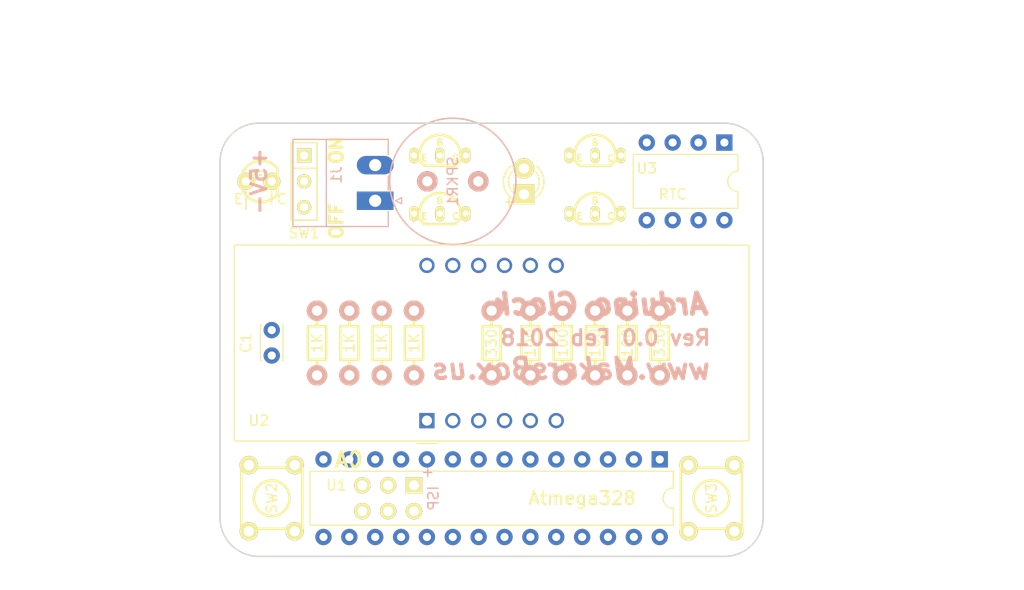
<source format=kicad_pcb>
(kicad_pcb (version 4) (host pcbnew 4.0.7)

  (general
    (links 60)
    (no_connects 60)
    (area 118.034999 59.614999 171.525001 102.310001)
    (thickness 1.6)
    (drawings 23)
    (tracks 0)
    (zones 0)
    (modules 26)
    (nets 47)
  )

  (page USLetter)
  (title_block
    (title "Arduino Clock")
    (company "Maker's Box")
  )

  (layers
    (0 F.Cu signal)
    (31 B.Cu signal)
    (32 B.Adhes user)
    (33 F.Adhes user)
    (34 B.Paste user)
    (35 F.Paste user)
    (36 B.SilkS user)
    (37 F.SilkS user)
    (38 B.Mask user)
    (39 F.Mask user)
    (40 Dwgs.User user)
    (41 Cmts.User user)
    (42 Eco1.User user)
    (43 Eco2.User user)
    (44 Edge.Cuts user)
    (45 Margin user)
    (46 B.CrtYd user)
    (47 F.CrtYd user)
    (48 B.Fab user)
    (49 F.Fab user)
  )

  (setup
    (last_trace_width 0.25)
    (user_trace_width 0.3048)
    (user_trace_width 0.4064)
    (user_trace_width 0.6096)
    (trace_clearance 0.2)
    (zone_clearance 0.508)
    (zone_45_only no)
    (trace_min 0.2)
    (segment_width 0.2)
    (edge_width 0.15)
    (via_size 0.6)
    (via_drill 0.4)
    (via_min_size 0.4)
    (via_min_drill 0.3)
    (uvia_size 0.3)
    (uvia_drill 0.1)
    (uvias_allowed no)
    (uvia_min_size 0.2)
    (uvia_min_drill 0.1)
    (pcb_text_width 0.3)
    (pcb_text_size 1.5 1.5)
    (mod_edge_width 0.15)
    (mod_text_size 1 1)
    (mod_text_width 0.15)
    (pad_size 1.524 1.524)
    (pad_drill 0.762)
    (pad_to_mask_clearance 0)
    (aux_axis_origin 0 0)
    (visible_elements 7FFFFFFF)
    (pcbplotparams
      (layerselection 0x00030_80000001)
      (usegerberextensions false)
      (excludeedgelayer true)
      (linewidth 0.100000)
      (plotframeref false)
      (viasonmask false)
      (mode 1)
      (useauxorigin false)
      (hpglpennumber 1)
      (hpglpenspeed 20)
      (hpglpendiameter 15)
      (hpglpenoverlay 2)
      (psnegative false)
      (psa4output false)
      (plotreference true)
      (plotvalue true)
      (plotinvisibletext false)
      (padsonsilk false)
      (subtractmaskfromsilk false)
      (outputformat 1)
      (mirror false)
      (drillshape 1)
      (scaleselection 1)
      (outputdirectory ""))
  )

  (net 0 "")
  (net 1 GND)
  (net 2 VCC)
  (net 3 "Net-(CON1-Pad5)")
  (net 4 "Net-(D1-Pad2)")
  (net 5 "Net-(D2-Pad2)")
  (net 6 "Net-(Q2-Pad2)")
  (net 7 "Net-(Q2-Pad3)")
  (net 8 "Net-(Q3-Pad2)")
  (net 9 "Net-(Q3-Pad3)")
  (net 10 "Net-(Q4-Pad2)")
  (net 11 "Net-(Q4-Pad3)")
  (net 12 "Net-(Q5-Pad2)")
  (net 13 "Net-(Q5-Pad3)")
  (net 14 "Net-(R7-Pad2)")
  (net 15 "Net-(R8-Pad2)")
  (net 16 "Net-(R9-Pad2)")
  (net 17 "Net-(R10-Pad2)")
  (net 18 "Net-(U3-Pad7)")
  (net 19 "Net-(U1-Pad20)")
  (net 20 "Net-(U1-Pad21)")
  (net 21 "Net-(U1-Pad10)")
  (net 22 "Net-(J1-Pad1)")
  (net 23 /D12)
  (net 24 /D13)
  (net 25 /D11)
  (net 26 /A0)
  (net 27 /D0)
  (net 28 /D1)
  (net 29 /D10)
  (net 30 /A3)
  (net 31 /A1)
  (net 32 /A2)
  (net 33 /D9)
  (net 34 /D2)
  (net 35 /D3)
  (net 36 /D4)
  (net 37 "Net-(U1-Pad9)")
  (net 38 /D5)
  (net 39 /D6)
  (net 40 /D7)
  (net 41 /A4)
  (net 42 /D8)
  (net 43 /A5)
  (net 44 "Net-(U3-Pad1)")
  (net 45 "Net-(U3-Pad2)")
  (net 46 "Net-(U3-Pad3)")

  (net_class Default "This is the default net class."
    (clearance 0.2)
    (trace_width 0.25)
    (via_dia 0.6)
    (via_drill 0.4)
    (uvia_dia 0.3)
    (uvia_drill 0.1)
    (add_net /A0)
    (add_net /A1)
    (add_net /A2)
    (add_net /A3)
    (add_net /A4)
    (add_net /A5)
    (add_net /D0)
    (add_net /D1)
    (add_net /D10)
    (add_net /D11)
    (add_net /D12)
    (add_net /D13)
    (add_net /D2)
    (add_net /D3)
    (add_net /D4)
    (add_net /D5)
    (add_net /D6)
    (add_net /D7)
    (add_net /D8)
    (add_net /D9)
    (add_net GND)
    (add_net "Net-(CON1-Pad5)")
    (add_net "Net-(D1-Pad2)")
    (add_net "Net-(D2-Pad2)")
    (add_net "Net-(J1-Pad1)")
    (add_net "Net-(Q2-Pad2)")
    (add_net "Net-(Q2-Pad3)")
    (add_net "Net-(Q3-Pad2)")
    (add_net "Net-(Q3-Pad3)")
    (add_net "Net-(Q4-Pad2)")
    (add_net "Net-(Q4-Pad3)")
    (add_net "Net-(Q5-Pad2)")
    (add_net "Net-(Q5-Pad3)")
    (add_net "Net-(R10-Pad2)")
    (add_net "Net-(R7-Pad2)")
    (add_net "Net-(R8-Pad2)")
    (add_net "Net-(R9-Pad2)")
    (add_net "Net-(U1-Pad10)")
    (add_net "Net-(U1-Pad20)")
    (add_net "Net-(U1-Pad21)")
    (add_net "Net-(U1-Pad9)")
    (add_net "Net-(U3-Pad1)")
    (add_net "Net-(U3-Pad2)")
    (add_net "Net-(U3-Pad3)")
    (add_net "Net-(U3-Pad7)")
    (add_net VCC)
  )

  (module myFootPrints:AVR-ISP-6 (layer B.Cu) (tedit 5A8FBE37) (tstamp 5A8F94E1)
    (at 137.16 97.79 90)
    (descr "6-lead dip package, row spacing 7.62 mm (300 mils)")
    (tags "dil dip 2.54 300")
    (path /5A8EB119)
    (fp_text reference CON1 (at 0 2.54 90) (layer B.SilkS) hide
      (effects (font (size 1 1) (thickness 0.15)) (justify mirror))
    )
    (fp_text value ISP (at 0 3.72 90) (layer B.Fab) hide
      (effects (font (size 1 1) (thickness 0.15)) (justify mirror))
    )
    (fp_text user ISP (at 1.27 1.905 90) (layer B.SilkS)
      (effects (font (size 1 1) (thickness 0.15)) (justify mirror))
    )
    (fp_text user + (at 3.81 1.27 90) (layer B.SilkS)
      (effects (font (size 1 1) (thickness 0.15)) (justify mirror))
    )
    (pad 1 thru_hole oval (at 0 0 90) (size 1.6 1.6) (drill 0.9652) (layers *.Cu *.Mask F.SilkS)
      (net 23 /D12))
    (pad 2 thru_hole rect (at 2.54 0 90) (size 1.6 1.6) (drill 0.9652) (layers *.Cu *.Mask F.SilkS)
      (net 2 VCC))
    (pad 3 thru_hole oval (at 0 -2.54 90) (size 1.6 1.6) (drill 0.9652) (layers *.Cu *.Mask F.SilkS)
      (net 24 /D13))
    (pad 4 thru_hole oval (at 2.54 -2.54 90) (size 1.6 1.6) (drill 0.9652) (layers *.Cu *.Mask F.SilkS)
      (net 25 /D11))
    (pad 5 thru_hole oval (at 0 -5.08 90) (size 1.6 1.6) (drill 0.9652) (layers *.Cu *.Mask F.SilkS)
      (net 3 "Net-(CON1-Pad5)"))
    (pad 6 thru_hole oval (at 2.54 -5.08 90) (size 1.6 1.6) (drill 0.9652) (layers *.Cu *.Mask F.SilkS)
      (net 1 GND))
  )

  (module myFootPrints:PHOTO_TRANS (layer F.Cu) (tedit 5A8F8D17) (tstamp 5A8F9534)
    (at 121.92 65.405)
    (descr "LED 3mm - Lead pitch 100mil (2,54mm)")
    (tags "LED led 3mm 3MM 100mil 2,54mm")
    (path /5A8F5C4D)
    (fp_text reference Q1 (at 2.54 0 90) (layer F.SilkS) hide
      (effects (font (size 0.762 0.762) (thickness 0.0889)))
    )
    (fp_text value Photo (at 0.35921 0.35921 90) (layer F.SilkS) hide
      (effects (font (size 0.508 0.508) (thickness 0.127)))
    )
    (fp_line (start -1.25 2.5) (end -1.25 2.75) (layer F.SilkS) (width 0.15))
    (fp_line (start -1.25 1) (end -1.25 2.5) (layer F.SilkS) (width 0.15))
    (fp_line (start 1.25 1) (end 1.25 2.25) (layer F.SilkS) (width 0.15))
    (fp_text user E (at -2 1.75) (layer F.SilkS)
      (effects (font (size 1 1) (thickness 0.15)))
    )
    (fp_text user C (at 2.25 1.75) (layer F.SilkS)
      (effects (font (size 1 1) (thickness 0.15)))
    )
    (fp_line (start 1.8288 1.27) (end 1.8288 -1.27) (layer F.SilkS) (width 0.254))
    (fp_arc (start 0.254 0) (end -0.381 0) (angle 90) (layer F.SilkS) (width 0.1524))
    (fp_arc (start 0.254 0) (end -0.762 0) (angle 90) (layer F.SilkS) (width 0.1524))
    (fp_arc (start 0.254 0) (end 0.889 0) (angle 90) (layer F.SilkS) (width 0.1524))
    (fp_arc (start 0.254 0) (end 1.27 0) (angle 90) (layer F.SilkS) (width 0.1524))
    (fp_arc (start 0.254 0) (end 0.254 -2.032) (angle 50.1) (layer F.SilkS) (width 0.254))
    (fp_arc (start 0.254 0) (end -1.5367 -0.95504) (angle 61.9) (layer F.SilkS) (width 0.254))
    (fp_arc (start 0.254 0) (end 1.8034 1.31064) (angle 49.7) (layer F.SilkS) (width 0.254))
    (fp_arc (start 0.254 0) (end 0.254 2.032) (angle 60.2) (layer F.SilkS) (width 0.254))
    (fp_arc (start 0.254 0) (end -1.778 0) (angle 28.3) (layer F.SilkS) (width 0.254))
    (fp_arc (start 0.254 0) (end -1.47574 1.06426) (angle 31.6) (layer F.SilkS) (width 0.254))
    (pad 1 thru_hole circle (at -1.27 0) (size 1.6764 1.6764) (drill 0.8128) (layers *.Cu *.Mask F.SilkS)
      (net 26 /A0))
    (pad 2 thru_hole circle (at 1.27 0 45) (size 1.6764 1.6764) (drill 0.8128) (layers *.Cu *.Mask F.SilkS)
      (net 1 GND))
    (model discret/leds/led3_vertical_verde.wrl
      (at (xyz 0 0 0))
      (scale (xyz 1 1 1))
      (rotate (xyz 0 0 0))
    )
  )

  (module Capacitors_THT:C_Disc_D3.4mm_W2.1mm_P2.50mm (layer F.Cu) (tedit 5A8FB64D) (tstamp 5A8F94C2)
    (at 123.19 80.01 270)
    (descr "C, Disc series, Radial, pin pitch=2.50mm, , diameter*width=3.4*2.1mm^2, Capacitor, http://www.vishay.com/docs/45233/krseries.pdf")
    (tags "C Disc series Radial pin pitch 2.50mm  diameter 3.4mm width 2.1mm Capacitor")
    (path /5A8E9F35)
    (fp_text reference C1 (at 1.27 2.54 450) (layer F.SilkS)
      (effects (font (size 1 1) (thickness 0.15)))
    )
    (fp_text value 0.1uF (at 1.25 2.36 270) (layer F.Fab)
      (effects (font (size 1 1) (thickness 0.15)))
    )
    (fp_line (start -0.45 -1.05) (end -0.45 1.05) (layer F.Fab) (width 0.1))
    (fp_line (start -0.45 1.05) (end 2.95 1.05) (layer F.Fab) (width 0.1))
    (fp_line (start 2.95 1.05) (end 2.95 -1.05) (layer F.Fab) (width 0.1))
    (fp_line (start 2.95 -1.05) (end -0.45 -1.05) (layer F.Fab) (width 0.1))
    (fp_line (start -0.51 -1.11) (end 3.01 -1.11) (layer F.SilkS) (width 0.12))
    (fp_line (start -0.51 1.11) (end 3.01 1.11) (layer F.SilkS) (width 0.12))
    (fp_line (start -0.51 -1.11) (end -0.51 -0.996) (layer F.SilkS) (width 0.12))
    (fp_line (start -0.51 0.996) (end -0.51 1.11) (layer F.SilkS) (width 0.12))
    (fp_line (start 3.01 -1.11) (end 3.01 -0.996) (layer F.SilkS) (width 0.12))
    (fp_line (start 3.01 0.996) (end 3.01 1.11) (layer F.SilkS) (width 0.12))
    (fp_line (start -1.05 -1.4) (end -1.05 1.4) (layer F.CrtYd) (width 0.05))
    (fp_line (start -1.05 1.4) (end 3.55 1.4) (layer F.CrtYd) (width 0.05))
    (fp_line (start 3.55 1.4) (end 3.55 -1.4) (layer F.CrtYd) (width 0.05))
    (fp_line (start 3.55 -1.4) (end -1.05 -1.4) (layer F.CrtYd) (width 0.05))
    (fp_text user %R (at 1.25 0 270) (layer F.Fab)
      (effects (font (size 1 1) (thickness 0.15)))
    )
    (pad 1 thru_hole circle (at 0 0 270) (size 1.6 1.6) (drill 0.8) (layers *.Cu *.Mask)
      (net 2 VCC))
    (pad 2 thru_hole circle (at 2.5 0 270) (size 1.6 1.6) (drill 0.8) (layers *.Cu *.Mask)
      (net 1 GND))
    (model ${KISYS3DMOD}/Capacitors_THT.3dshapes/C_Disc_D3.4mm_W2.1mm_P2.50mm.wrl
      (at (xyz 0 0 0))
      (scale (xyz 1 1 1))
      (rotate (xyz 0 0 0))
    )
  )

  (module myFootPrints:LED-3MM (layer F.Cu) (tedit 57578FCB) (tstamp 5A8F9503)
    (at 147.955 64.135 270)
    (descr "LED 3mm round vertical")
    (tags "LED  3mm round vertical")
    (path /5A90B699)
    (fp_text reference D2 (at 1.91 3.06 270) (layer F.SilkS) hide
      (effects (font (size 1 1) (thickness 0.15)))
    )
    (fp_text value LED (at 1.27 -1.524 270) (layer F.Fab)
      (effects (font (size 1 1) (thickness 0.15)))
    )
    (fp_text user + (at 3.302 1.524 270) (layer F.SilkS)
      (effects (font (size 1 1) (thickness 0.15)))
    )
    (fp_line (start -1.2 2.3) (end 3.8 2.3) (layer F.CrtYd) (width 0.05))
    (fp_line (start 3.8 2.3) (end 3.8 -2.2) (layer F.CrtYd) (width 0.05))
    (fp_line (start 3.8 -2.2) (end -1.2 -2.2) (layer F.CrtYd) (width 0.05))
    (fp_line (start -1.2 -2.2) (end -1.2 2.3) (layer F.CrtYd) (width 0.05))
    (fp_line (start -0.199 1.314) (end -0.199 1.114) (layer F.SilkS) (width 0.15))
    (fp_line (start -0.199 -1.28) (end -0.199 -1.1) (layer F.SilkS) (width 0.15))
    (fp_arc (start 1.301 0.034) (end -0.199 -1.286) (angle 108.5) (layer F.SilkS) (width 0.15))
    (fp_arc (start 1.301 0.034) (end 0.25 -1.1) (angle 85.7) (layer F.SilkS) (width 0.15))
    (fp_arc (start 1.311 0.034) (end 3.051 0.994) (angle 110) (layer F.SilkS) (width 0.15))
    (fp_arc (start 1.301 0.034) (end 2.335 1.094) (angle 87.5) (layer F.SilkS) (width 0.15))
    (pad 1 thru_hole circle (at 0 0) (size 2 2) (drill 1.00076) (layers *.Cu *.Mask F.SilkS)
      (net 1 GND))
    (pad 2 thru_hole rect (at 2.54 0 270) (size 2 2) (drill 1.00076) (layers *.Cu *.Mask F.SilkS)
      (net 5 "Net-(D2-Pad2)"))
    (model LEDs.3dshapes/LED-3MM.wrl
      (at (xyz 0.05 0 0))
      (scale (xyz 1 1 1))
      (rotate (xyz 0 0 90))
    )
  )

  (module Connectors_Phoenix:PhoenixContact_MC-G_02x3.50mm_Angled (layer B.Cu) (tedit 5A8F8BF8) (tstamp 5A8F951E)
    (at 133.35 67.31 90)
    (descr "Generic Phoenix Contact connector footprint for series: MC-G; number of pins: 02; pin pitch: 3.50mm; Angled || order number: 1844210 8A 160V")
    (tags "phoenix_contact connector MC_01x02_G_3.5mm")
    (path /5A91FB90)
    (fp_text reference J1 (at 2.54 -3.81 90) (layer B.SilkS)
      (effects (font (size 1 1) (thickness 0.15)) (justify mirror))
    )
    (fp_text value PWR (at 1.75 -9 90) (layer B.Fab)
      (effects (font (size 1 1) (thickness 0.15)) (justify mirror))
    )
    (fp_line (start -2.53 1.28) (end -2.53 -8.08) (layer B.SilkS) (width 0.12))
    (fp_line (start -2.53 -8.08) (end 6.03 -8.08) (layer B.SilkS) (width 0.12))
    (fp_line (start 6.03 -8.08) (end 6.03 1.28) (layer B.SilkS) (width 0.12))
    (fp_line (start -2.53 1.28) (end -1.05 1.28) (layer B.SilkS) (width 0.12))
    (fp_line (start 6.03 1.28) (end 4.55 1.28) (layer B.SilkS) (width 0.12))
    (fp_line (start 1.05 1.28) (end 2.45 1.28) (layer B.SilkS) (width 0.12))
    (fp_line (start -2.45 1.2) (end -2.45 -8) (layer B.Fab) (width 0.1))
    (fp_line (start -2.45 -8) (end 5.95 -8) (layer B.Fab) (width 0.1))
    (fp_line (start 5.95 -8) (end 5.95 1.2) (layer B.Fab) (width 0.1))
    (fp_line (start 5.95 1.2) (end -2.45 1.2) (layer B.Fab) (width 0.1))
    (fp_line (start -2.53 -4.8) (end 6.03 -4.8) (layer B.SilkS) (width 0.12))
    (fp_line (start -3.03 2.3) (end -3.03 -8.5) (layer B.CrtYd) (width 0.05))
    (fp_line (start -3.03 -8.5) (end 6.45 -8.5) (layer B.CrtYd) (width 0.05))
    (fp_line (start 6.45 -8.5) (end 6.45 2.3) (layer B.CrtYd) (width 0.05))
    (fp_line (start 6.45 2.3) (end -3.03 2.3) (layer B.CrtYd) (width 0.05))
    (fp_line (start 0.3 2.6) (end 0 2) (layer B.SilkS) (width 0.12))
    (fp_line (start 0 2) (end -0.3 2.6) (layer B.SilkS) (width 0.12))
    (fp_line (start -0.3 2.6) (end 0.3 2.6) (layer B.SilkS) (width 0.12))
    (fp_line (start 0.8 1.2) (end 0 0) (layer B.Fab) (width 0.1))
    (fp_line (start 0 0) (end -0.8 1.2) (layer B.Fab) (width 0.1))
    (fp_text user %R (at 1.75 -3 90) (layer B.Fab)
      (effects (font (size 1 1) (thickness 0.15)) (justify mirror))
    )
    (pad 1 thru_hole rect (at 0 0 90) (size 1.8 3.6) (drill 1.2) (layers *.Cu *.Mask)
      (net 22 "Net-(J1-Pad1)"))
    (pad 2 thru_hole oval (at 3.5 0 90) (size 1.8 3.6) (drill 1.2) (layers *.Cu *.Mask)
      (net 1 GND))
    (model ${KISYS3DMOD}/Connectors_Phoenix.3dshapes/PhoenixContact_MC-G_02x3.50mm_Angled.wrl
      (at (xyz 0 0 0))
      (scale (xyz 1 1 1))
      (rotate (xyz 0 0 0))
    )
  )

  (module myFootPrints:TO-92_NPN_EBC_wide (layer F.Cu) (tedit 56800174) (tstamp 5A8F9545)
    (at 137.16 62.865)
    (descr "TO-92 leads in-line, narrow, oval pads, drill 0.6mm (see NXP sot054_po.pdf)")
    (tags "to-92 sc-43 sc-43a sot54 PA33 transistor")
    (path /5A8E2E4D)
    (fp_text reference Q2 (at 1.778 -1.016) (layer F.SilkS) hide
      (effects (font (size 0.635 0.635) (thickness 0.127)))
    )
    (fp_text value 2N2222 (at 2.54 1.778) (layer F.SilkS) hide
      (effects (font (size 1 1) (thickness 0.15)))
    )
    (fp_line (start 0.508 0.508) (end 0.508 0) (layer F.SilkS) (width 0.254))
    (fp_line (start 4.572 0.508) (end 4.572 0) (layer F.SilkS) (width 0.254))
    (fp_arc (start 2.54 0) (end 2.54 -2.032) (angle 90) (layer F.SilkS) (width 0.254))
    (fp_arc (start 2.54 0) (end 0.508 0) (angle 90) (layer F.SilkS) (width 0.254))
    (fp_text user B (at 2.54 -1.27) (layer F.SilkS)
      (effects (font (size 0.635 0.635) (thickness 0.15)))
    )
    (fp_text user C (at 4.064 0.254) (layer F.SilkS)
      (effects (font (size 0.635 0.635) (thickness 0.15)))
    )
    (fp_text user E (at 1.016 0.254) (layer F.SilkS)
      (effects (font (size 0.635 0.635) (thickness 0.15)))
    )
    (fp_line (start 1.016 1.016) (end 0.508 0.508) (layer F.SilkS) (width 0.254))
    (fp_line (start 1.016 1.016) (end 4.064 1.016) (layer F.SilkS) (width 0.254))
    (fp_line (start 4.064 1.016) (end 4.572 0.508) (layer F.SilkS) (width 0.254))
    (pad 2 thru_hole oval (at 2.54 0 180) (size 0.89916 1.50114) (drill 0.6) (layers *.Cu *.Mask F.SilkS)
      (net 6 "Net-(Q2-Pad2)"))
    (pad 3 thru_hole oval (at 5.08 0 180) (size 0.89916 1.50114) (drill 0.6) (layers *.Cu *.Mask F.SilkS)
      (net 7 "Net-(Q2-Pad3)"))
    (pad 1 thru_hole oval (at 0 0 180) (size 0.89916 1.50114) (drill 0.6) (layers *.Cu *.Mask F.SilkS)
      (net 1 GND))
    (model TO_SOT_Packages_THT.3dshapes/TO-92_Inline_Narrow_Oval.wrl
      (at (xyz 0.05 0 0))
      (scale (xyz 1 1 1))
      (rotate (xyz 0 0 -90))
    )
  )

  (module myFootPrints:TO-92_NPN_EBC_wide (layer F.Cu) (tedit 56800174) (tstamp 5A8F9556)
    (at 137.16 68.58)
    (descr "TO-92 leads in-line, narrow, oval pads, drill 0.6mm (see NXP sot054_po.pdf)")
    (tags "to-92 sc-43 sc-43a sot54 PA33 transistor")
    (path /5A8E34C6)
    (fp_text reference Q3 (at 1.778 -1.016) (layer F.SilkS) hide
      (effects (font (size 0.635 0.635) (thickness 0.127)))
    )
    (fp_text value 2N2222 (at 2.54 1.778) (layer F.SilkS) hide
      (effects (font (size 1 1) (thickness 0.15)))
    )
    (fp_line (start 0.508 0.508) (end 0.508 0) (layer F.SilkS) (width 0.254))
    (fp_line (start 4.572 0.508) (end 4.572 0) (layer F.SilkS) (width 0.254))
    (fp_arc (start 2.54 0) (end 2.54 -2.032) (angle 90) (layer F.SilkS) (width 0.254))
    (fp_arc (start 2.54 0) (end 0.508 0) (angle 90) (layer F.SilkS) (width 0.254))
    (fp_text user B (at 2.54 -1.27) (layer F.SilkS)
      (effects (font (size 0.635 0.635) (thickness 0.15)))
    )
    (fp_text user C (at 4.064 0.254) (layer F.SilkS)
      (effects (font (size 0.635 0.635) (thickness 0.15)))
    )
    (fp_text user E (at 1.016 0.254) (layer F.SilkS)
      (effects (font (size 0.635 0.635) (thickness 0.15)))
    )
    (fp_line (start 1.016 1.016) (end 0.508 0.508) (layer F.SilkS) (width 0.254))
    (fp_line (start 1.016 1.016) (end 4.064 1.016) (layer F.SilkS) (width 0.254))
    (fp_line (start 4.064 1.016) (end 4.572 0.508) (layer F.SilkS) (width 0.254))
    (pad 2 thru_hole oval (at 2.54 0 180) (size 0.89916 1.50114) (drill 0.6) (layers *.Cu *.Mask F.SilkS)
      (net 8 "Net-(Q3-Pad2)"))
    (pad 3 thru_hole oval (at 5.08 0 180) (size 0.89916 1.50114) (drill 0.6) (layers *.Cu *.Mask F.SilkS)
      (net 9 "Net-(Q3-Pad3)"))
    (pad 1 thru_hole oval (at 0 0 180) (size 0.89916 1.50114) (drill 0.6) (layers *.Cu *.Mask F.SilkS)
      (net 1 GND))
    (model TO_SOT_Packages_THT.3dshapes/TO-92_Inline_Narrow_Oval.wrl
      (at (xyz 0.05 0 0))
      (scale (xyz 1 1 1))
      (rotate (xyz 0 0 -90))
    )
  )

  (module myFootPrints:TO-92_NPN_EBC_wide (layer F.Cu) (tedit 56800174) (tstamp 5A8F9567)
    (at 152.4 62.865)
    (descr "TO-92 leads in-line, narrow, oval pads, drill 0.6mm (see NXP sot054_po.pdf)")
    (tags "to-92 sc-43 sc-43a sot54 PA33 transistor")
    (path /5A8E35C2)
    (fp_text reference Q4 (at 1.778 -1.016) (layer F.SilkS) hide
      (effects (font (size 0.635 0.635) (thickness 0.127)))
    )
    (fp_text value 2N2222 (at 2.54 1.778) (layer F.SilkS) hide
      (effects (font (size 1 1) (thickness 0.15)))
    )
    (fp_line (start 0.508 0.508) (end 0.508 0) (layer F.SilkS) (width 0.254))
    (fp_line (start 4.572 0.508) (end 4.572 0) (layer F.SilkS) (width 0.254))
    (fp_arc (start 2.54 0) (end 2.54 -2.032) (angle 90) (layer F.SilkS) (width 0.254))
    (fp_arc (start 2.54 0) (end 0.508 0) (angle 90) (layer F.SilkS) (width 0.254))
    (fp_text user B (at 2.54 -1.27) (layer F.SilkS)
      (effects (font (size 0.635 0.635) (thickness 0.15)))
    )
    (fp_text user C (at 4.064 0.254) (layer F.SilkS)
      (effects (font (size 0.635 0.635) (thickness 0.15)))
    )
    (fp_text user E (at 1.016 0.254) (layer F.SilkS)
      (effects (font (size 0.635 0.635) (thickness 0.15)))
    )
    (fp_line (start 1.016 1.016) (end 0.508 0.508) (layer F.SilkS) (width 0.254))
    (fp_line (start 1.016 1.016) (end 4.064 1.016) (layer F.SilkS) (width 0.254))
    (fp_line (start 4.064 1.016) (end 4.572 0.508) (layer F.SilkS) (width 0.254))
    (pad 2 thru_hole oval (at 2.54 0 180) (size 0.89916 1.50114) (drill 0.6) (layers *.Cu *.Mask F.SilkS)
      (net 10 "Net-(Q4-Pad2)"))
    (pad 3 thru_hole oval (at 5.08 0 180) (size 0.89916 1.50114) (drill 0.6) (layers *.Cu *.Mask F.SilkS)
      (net 11 "Net-(Q4-Pad3)"))
    (pad 1 thru_hole oval (at 0 0 180) (size 0.89916 1.50114) (drill 0.6) (layers *.Cu *.Mask F.SilkS)
      (net 1 GND))
    (model TO_SOT_Packages_THT.3dshapes/TO-92_Inline_Narrow_Oval.wrl
      (at (xyz 0.05 0 0))
      (scale (xyz 1 1 1))
      (rotate (xyz 0 0 -90))
    )
  )

  (module myFootPrints:TO-92_NPN_EBC_wide (layer F.Cu) (tedit 56800174) (tstamp 5A8F9578)
    (at 152.4 68.58)
    (descr "TO-92 leads in-line, narrow, oval pads, drill 0.6mm (see NXP sot054_po.pdf)")
    (tags "to-92 sc-43 sc-43a sot54 PA33 transistor")
    (path /5A8E35CE)
    (fp_text reference Q5 (at 1.778 -1.016) (layer F.SilkS) hide
      (effects (font (size 0.635 0.635) (thickness 0.127)))
    )
    (fp_text value 2N2222 (at 2.54 1.778) (layer F.SilkS) hide
      (effects (font (size 1 1) (thickness 0.15)))
    )
    (fp_line (start 0.508 0.508) (end 0.508 0) (layer F.SilkS) (width 0.254))
    (fp_line (start 4.572 0.508) (end 4.572 0) (layer F.SilkS) (width 0.254))
    (fp_arc (start 2.54 0) (end 2.54 -2.032) (angle 90) (layer F.SilkS) (width 0.254))
    (fp_arc (start 2.54 0) (end 0.508 0) (angle 90) (layer F.SilkS) (width 0.254))
    (fp_text user B (at 2.54 -1.27) (layer F.SilkS)
      (effects (font (size 0.635 0.635) (thickness 0.15)))
    )
    (fp_text user C (at 4.064 0.254) (layer F.SilkS)
      (effects (font (size 0.635 0.635) (thickness 0.15)))
    )
    (fp_text user E (at 1.016 0.254) (layer F.SilkS)
      (effects (font (size 0.635 0.635) (thickness 0.15)))
    )
    (fp_line (start 1.016 1.016) (end 0.508 0.508) (layer F.SilkS) (width 0.254))
    (fp_line (start 1.016 1.016) (end 4.064 1.016) (layer F.SilkS) (width 0.254))
    (fp_line (start 4.064 1.016) (end 4.572 0.508) (layer F.SilkS) (width 0.254))
    (pad 2 thru_hole oval (at 2.54 0 180) (size 0.89916 1.50114) (drill 0.6) (layers *.Cu *.Mask F.SilkS)
      (net 12 "Net-(Q5-Pad2)"))
    (pad 3 thru_hole oval (at 5.08 0 180) (size 0.89916 1.50114) (drill 0.6) (layers *.Cu *.Mask F.SilkS)
      (net 13 "Net-(Q5-Pad3)"))
    (pad 1 thru_hole oval (at 0 0 180) (size 0.89916 1.50114) (drill 0.6) (layers *.Cu *.Mask F.SilkS)
      (net 1 GND))
    (model TO_SOT_Packages_THT.3dshapes/TO-92_Inline_Narrow_Oval.wrl
      (at (xyz 0.05 0 0))
      (scale (xyz 1 1 1))
      (rotate (xyz 0 0 -90))
    )
  )

  (module myFootPrints:Resistor_Horz (layer F.Cu) (tedit 5A8F80AC) (tstamp 5A8F9585)
    (at 161.29 81.28 270)
    (descr "Resistor, Axial,  RM 10mm, 1/3W,")
    (tags "Resistor, Axial, RM 10mm, 1/3W,")
    (path /5A90B70B)
    (fp_text reference R1 (at 0 -1.905 270) (layer F.Fab)
      (effects (font (size 1 1) (thickness 0.15)))
    )
    (fp_text value 330 (at 0 0 270) (layer F.SilkS)
      (effects (font (size 1 1) (thickness 0.15)))
    )
    (fp_line (start -1.651 0) (end -2.413 0) (layer F.SilkS) (width 0.254))
    (fp_line (start 1.651 0) (end 2.413 0) (layer F.SilkS) (width 0.254))
    (fp_line (start 1.651 0.889) (end 1.651 0.635) (layer F.SilkS) (width 0.254))
    (fp_line (start 1.651 0.889) (end -1.651 0.889) (layer F.SilkS) (width 0.254))
    (fp_line (start -1.651 0.889) (end -1.651 -0.889) (layer F.SilkS) (width 0.254))
    (fp_line (start -1.651 -0.889) (end 1.651 -0.889) (layer F.SilkS) (width 0.254))
    (fp_line (start 1.651 -0.889) (end 1.651 0.635) (layer F.SilkS) (width 0.254))
    (pad 1 thru_hole circle (at -3.175 0 270) (size 1.99898 1.99898) (drill 1.00076) (layers *.Cu *.SilkS *.Mask)
      (net 4 "Net-(D1-Pad2)"))
    (pad 2 thru_hole circle (at 3.175 0 270) (size 1.99898 1.99898) (drill 1.00076) (layers *.Cu *.SilkS *.Mask)
      (net 27 /D0))
    (model Resistors_ThroughHole.3dshapes/Resistor_Horizontal_RM10mm.wrl
      (at (xyz 0 0 0))
      (scale (xyz 0.4 0.4 0.4))
      (rotate (xyz 0 0 0))
    )
  )

  (module myFootPrints:Resistor_Horz (layer F.Cu) (tedit 5A8F809A) (tstamp 5A8F9592)
    (at 144.78 81.28 270)
    (descr "Resistor, Axial,  RM 10mm, 1/3W,")
    (tags "Resistor, Axial, RM 10mm, 1/3W,")
    (path /5A90B796)
    (fp_text reference R2 (at 0 -1.905 270) (layer F.Fab)
      (effects (font (size 1 1) (thickness 0.15)))
    )
    (fp_text value 330 (at 0 0 270) (layer F.SilkS)
      (effects (font (size 1 1) (thickness 0.15)))
    )
    (fp_line (start -1.651 0) (end -2.413 0) (layer F.SilkS) (width 0.254))
    (fp_line (start 1.651 0) (end 2.413 0) (layer F.SilkS) (width 0.254))
    (fp_line (start 1.651 0.889) (end 1.651 0.635) (layer F.SilkS) (width 0.254))
    (fp_line (start 1.651 0.889) (end -1.651 0.889) (layer F.SilkS) (width 0.254))
    (fp_line (start -1.651 0.889) (end -1.651 -0.889) (layer F.SilkS) (width 0.254))
    (fp_line (start -1.651 -0.889) (end 1.651 -0.889) (layer F.SilkS) (width 0.254))
    (fp_line (start 1.651 -0.889) (end 1.651 0.635) (layer F.SilkS) (width 0.254))
    (pad 1 thru_hole circle (at -3.175 0 270) (size 1.99898 1.99898) (drill 1.00076) (layers *.Cu *.SilkS *.Mask)
      (net 5 "Net-(D2-Pad2)"))
    (pad 2 thru_hole circle (at 3.175 0 270) (size 1.99898 1.99898) (drill 1.00076) (layers *.Cu *.SilkS *.Mask)
      (net 28 /D1))
    (model Resistors_ThroughHole.3dshapes/Resistor_Horizontal_RM10mm.wrl
      (at (xyz 0 0 0))
      (scale (xyz 0.4 0.4 0.4))
      (rotate (xyz 0 0 0))
    )
  )

  (module myFootPrints:Resistor_Horz (layer F.Cu) (tedit 5664956A) (tstamp 5A8F95D3)
    (at 148.59 81.28 270)
    (descr "Resistor, Axial,  RM 10mm, 1/3W,")
    (tags "Resistor, Axial, RM 10mm, 1/3W,")
    (path /5A8E30A1)
    (fp_text reference R7 (at 0 -1.905 270) (layer F.Fab)
      (effects (font (size 1 1) (thickness 0.15)))
    )
    (fp_text value 100 (at 0 0 270) (layer F.SilkS)
      (effects (font (size 1 1) (thickness 0.15)))
    )
    (fp_line (start -1.651 0) (end -2.413 0) (layer F.SilkS) (width 0.254))
    (fp_line (start 1.651 0) (end 2.413 0) (layer F.SilkS) (width 0.254))
    (fp_line (start 1.651 0.889) (end 1.651 0.635) (layer F.SilkS) (width 0.254))
    (fp_line (start 1.651 0.889) (end -1.651 0.889) (layer F.SilkS) (width 0.254))
    (fp_line (start -1.651 0.889) (end -1.651 -0.889) (layer F.SilkS) (width 0.254))
    (fp_line (start -1.651 -0.889) (end 1.651 -0.889) (layer F.SilkS) (width 0.254))
    (fp_line (start 1.651 -0.889) (end 1.651 0.635) (layer F.SilkS) (width 0.254))
    (pad 1 thru_hole circle (at -3.175 0 270) (size 1.99898 1.99898) (drill 1.00076) (layers *.Cu *.SilkS *.Mask)
      (net 7 "Net-(Q2-Pad3)"))
    (pad 2 thru_hole circle (at 3.175 0 270) (size 1.99898 1.99898) (drill 1.00076) (layers *.Cu *.SilkS *.Mask)
      (net 14 "Net-(R7-Pad2)"))
    (model Resistors_ThroughHole.3dshapes/Resistor_Horizontal_RM10mm.wrl
      (at (xyz 0 0 0))
      (scale (xyz 0.4 0.4 0.4))
      (rotate (xyz 0 0 0))
    )
  )

  (module myFootPrints:Resistor_Horz (layer F.Cu) (tedit 5664956A) (tstamp 5A8F95E0)
    (at 151.765 81.28 270)
    (descr "Resistor, Axial,  RM 10mm, 1/3W,")
    (tags "Resistor, Axial, RM 10mm, 1/3W,")
    (path /5A8E34CC)
    (fp_text reference R8 (at 0 -1.905 270) (layer F.Fab)
      (effects (font (size 1 1) (thickness 0.15)))
    )
    (fp_text value 100 (at 0 0 270) (layer F.SilkS)
      (effects (font (size 1 1) (thickness 0.15)))
    )
    (fp_line (start -1.651 0) (end -2.413 0) (layer F.SilkS) (width 0.254))
    (fp_line (start 1.651 0) (end 2.413 0) (layer F.SilkS) (width 0.254))
    (fp_line (start 1.651 0.889) (end 1.651 0.635) (layer F.SilkS) (width 0.254))
    (fp_line (start 1.651 0.889) (end -1.651 0.889) (layer F.SilkS) (width 0.254))
    (fp_line (start -1.651 0.889) (end -1.651 -0.889) (layer F.SilkS) (width 0.254))
    (fp_line (start -1.651 -0.889) (end 1.651 -0.889) (layer F.SilkS) (width 0.254))
    (fp_line (start 1.651 -0.889) (end 1.651 0.635) (layer F.SilkS) (width 0.254))
    (pad 1 thru_hole circle (at -3.175 0 270) (size 1.99898 1.99898) (drill 1.00076) (layers *.Cu *.SilkS *.Mask)
      (net 9 "Net-(Q3-Pad3)"))
    (pad 2 thru_hole circle (at 3.175 0 270) (size 1.99898 1.99898) (drill 1.00076) (layers *.Cu *.SilkS *.Mask)
      (net 15 "Net-(R8-Pad2)"))
    (model Resistors_ThroughHole.3dshapes/Resistor_Horizontal_RM10mm.wrl
      (at (xyz 0 0 0))
      (scale (xyz 0.4 0.4 0.4))
      (rotate (xyz 0 0 0))
    )
  )

  (module myFootPrints:Resistor_Horz (layer F.Cu) (tedit 5A8FA199) (tstamp 5A8F95ED)
    (at 154.94 81.28 270)
    (descr "Resistor, Axial,  RM 10mm, 1/3W,")
    (tags "Resistor, Axial, RM 10mm, 1/3W,")
    (path /5A8E35C8)
    (fp_text reference R9 (at 0 -1.905 270) (layer F.Fab)
      (effects (font (size 1 1) (thickness 0.15)))
    )
    (fp_text value 100 (at 0 0 270) (layer F.SilkS)
      (effects (font (size 1 1) (thickness 0.15)))
    )
    (fp_line (start -1.651 0) (end -2.413 0) (layer F.SilkS) (width 0.254))
    (fp_line (start 1.651 0) (end 2.413 0) (layer F.SilkS) (width 0.254))
    (fp_line (start 1.651 0.889) (end 1.651 0.635) (layer F.SilkS) (width 0.254))
    (fp_line (start 1.651 0.889) (end -1.651 0.889) (layer F.SilkS) (width 0.254))
    (fp_line (start -1.651 0.889) (end -1.651 -0.889) (layer F.SilkS) (width 0.254))
    (fp_line (start -1.651 -0.889) (end 1.651 -0.889) (layer F.SilkS) (width 0.254))
    (fp_line (start 1.651 -0.889) (end 1.651 0.635) (layer F.SilkS) (width 0.254))
    (pad 1 thru_hole circle (at -3.175 0 270) (size 1.99898 1.99898) (drill 1.00076) (layers *.Cu *.SilkS *.Mask)
      (net 11 "Net-(Q4-Pad3)"))
    (pad 2 thru_hole circle (at 3.175 0 270) (size 1.99898 1.99898) (drill 1.00076) (layers *.Cu *.SilkS *.Mask)
      (net 16 "Net-(R9-Pad2)"))
    (model Resistors_ThroughHole.3dshapes/Resistor_Horizontal_RM10mm.wrl
      (at (xyz 0 0 0))
      (scale (xyz 0.4 0.4 0.4))
      (rotate (xyz 0 0 0))
    )
  )

  (module myFootPrints:Resistor_Horz (layer F.Cu) (tedit 5664956A) (tstamp 5A8F95FA)
    (at 158.115 81.28 270)
    (descr "Resistor, Axial,  RM 10mm, 1/3W,")
    (tags "Resistor, Axial, RM 10mm, 1/3W,")
    (path /5A8E35D4)
    (fp_text reference R10 (at 0 -1.905 270) (layer F.Fab)
      (effects (font (size 1 1) (thickness 0.15)))
    )
    (fp_text value 100 (at 0 0 270) (layer F.SilkS)
      (effects (font (size 1 1) (thickness 0.15)))
    )
    (fp_line (start -1.651 0) (end -2.413 0) (layer F.SilkS) (width 0.254))
    (fp_line (start 1.651 0) (end 2.413 0) (layer F.SilkS) (width 0.254))
    (fp_line (start 1.651 0.889) (end 1.651 0.635) (layer F.SilkS) (width 0.254))
    (fp_line (start 1.651 0.889) (end -1.651 0.889) (layer F.SilkS) (width 0.254))
    (fp_line (start -1.651 0.889) (end -1.651 -0.889) (layer F.SilkS) (width 0.254))
    (fp_line (start -1.651 -0.889) (end 1.651 -0.889) (layer F.SilkS) (width 0.254))
    (fp_line (start 1.651 -0.889) (end 1.651 0.635) (layer F.SilkS) (width 0.254))
    (pad 1 thru_hole circle (at -3.175 0 270) (size 1.99898 1.99898) (drill 1.00076) (layers *.Cu *.SilkS *.Mask)
      (net 13 "Net-(Q5-Pad3)"))
    (pad 2 thru_hole circle (at 3.175 0 270) (size 1.99898 1.99898) (drill 1.00076) (layers *.Cu *.SilkS *.Mask)
      (net 17 "Net-(R10-Pad2)"))
    (model Resistors_ThroughHole.3dshapes/Resistor_Horizontal_RM10mm.wrl
      (at (xyz 0 0 0))
      (scale (xyz 0.4 0.4 0.4))
      (rotate (xyz 0 0 0))
    )
  )

  (module myFootPrints:PS1240_piezo (layer B.Cu) (tedit 5A8F8C02) (tstamp 5A8F9601)
    (at 140.97 65.405)
    (descr "piezo speaker 12 mm")
    (tags "buzzer speaker piezo")
    (path /5A8EFCB4)
    (fp_text reference SPKR1 (at 0 0 270) (layer B.SilkS)
      (effects (font (size 1 1) (thickness 0.15)) (justify mirror))
    )
    (fp_text value Speaker (at 0 -3.5) (layer B.Fab)
      (effects (font (size 1 1) (thickness 0.15)) (justify mirror))
    )
    (fp_circle (center 0 0) (end 6.20014 0) (layer B.SilkS) (width 0.15))
    (pad 1 thru_hole circle (at -2.5 0) (size 2 2) (drill 1.00076) (layers *.Cu *.Mask B.SilkS)
      (net 30 /A3))
    (pad 2 thru_hole circle (at 2.5 0) (size 2 2) (drill 1.00076) (layers *.Cu *.Mask B.SilkS)
      (net 1 GND))
    (model Buzzers_Beepers.3dshapes/Buzzer_12x9.5RM7.6.wrl
      (at (xyz 0 0 0))
      (scale (xyz 4 4 4))
      (rotate (xyz 0 0 0))
    )
  )

  (module myFootPrints:SW_Micro_SPST (layer F.Cu) (tedit 5A8F8C58) (tstamp 5A8F9612)
    (at 126.365 65.405 270)
    (tags "Switch Micro SPST")
    (path /5A8F2007)
    (fp_text reference SW1 (at 5.08 0 360) (layer F.SilkS)
      (effects (font (size 1 1) (thickness 0.15)))
    )
    (fp_text value PWR (at 0.025 2.45 270) (layer F.Fab)
      (effects (font (size 1 1) (thickness 0.15)))
    )
    (fp_text user "E-Switch EG128" (at -2 -1 270) (layer F.CrtYd)
      (effects (font (size 0.5 0.5) (thickness 0.125)))
    )
    (fp_line (start 5.75 -2) (end 5.75 2) (layer F.CrtYd) (width 0.15))
    (fp_line (start -5.75 -2) (end -5.75 2) (layer F.CrtYd) (width 0.15))
    (fp_line (start -5.75 2) (end 5.75 2) (layer F.CrtYd) (width 0.15))
    (fp_line (start -5.75 -2) (end 5.75 -2) (layer F.CrtYd) (width 0.15))
    (fp_line (start -3.81 1.27) (end -3.81 -1.27) (layer F.SilkS) (width 0.15))
    (fp_line (start -3.81 -1.27) (end 3.81 -1.27) (layer F.SilkS) (width 0.15))
    (fp_line (start 3.81 -1.27) (end 3.81 1.27) (layer F.SilkS) (width 0.15))
    (fp_line (start 3.81 1.27) (end -3.81 1.27) (layer F.SilkS) (width 0.15))
    (fp_line (start -1.27 -1.27) (end -1.27 1.27) (layer F.SilkS) (width 0.15))
    (pad 1 thru_hole rect (at -2.54 0 270) (size 1.397 1.397) (drill 0.8128) (layers *.Cu *.Mask F.SilkS)
      (net 22 "Net-(J1-Pad1)"))
    (pad 2 thru_hole circle (at 0 0 270) (size 1.397 1.397) (drill 0.8128) (layers *.Cu *.Mask F.SilkS)
      (net 2 VCC))
    (pad 3 thru_hole circle (at 2.54 0 270) (size 1.397 1.397) (drill 0.8128) (layers *.Cu *.Mask F.SilkS))
    (model Buttons_Switches_ThroughHole.3dshapes/SW_Micro_SPST.wrl
      (at (xyz 0 0 0))
      (scale (xyz 0.33 0.33 0.33))
      (rotate (xyz 0 0 0))
    )
  )

  (module myFootPrints:SW_PUSH_SMALL (layer F.Cu) (tedit 57A15124) (tstamp 5A8F961F)
    (at 123.19 96.52 270)
    (path /5A8F0FFF)
    (fp_text reference SW2 (at 0 0 270) (layer F.SilkS)
      (effects (font (size 1 1) (thickness 0.15)))
    )
    (fp_text value SW_Push (at 0 2 270) (layer F.Fab) hide
      (effects (font (size 0.3 0.3) (thickness 0.075)))
    )
    (fp_line (start -3 -3) (end 3 -3) (layer F.SilkS) (width 0.25))
    (fp_line (start 3 -3) (end 3 3) (layer F.SilkS) (width 0.25))
    (fp_line (start 3 3) (end -3 3) (layer F.SilkS) (width 0.25))
    (fp_line (start -3 3) (end -3 -3) (layer F.SilkS) (width 0.25))
    (fp_circle (center 0 0) (end -1.75 0) (layer F.SilkS) (width 0.25))
    (pad 1 thru_hole circle (at 3.25 -2.25 270) (size 1.8 1.8) (drill 1) (layers *.Cu *.Mask F.SilkS)
      (net 31 /A1))
    (pad 2 thru_hole circle (at 3.25 2.25 270) (size 1.8 1.8) (drill 1) (layers *.Cu *.Mask F.SilkS)
      (net 1 GND))
    (pad 1 thru_hole circle (at -3.25 -2.25 270) (size 1.8 1.8) (drill 1) (layers *.Cu *.Mask F.SilkS)
      (net 31 /A1))
    (pad 2 thru_hole circle (at -3.25 2.25 270) (size 1.8 1.8) (drill 1) (layers *.Cu *.Mask F.SilkS)
      (net 1 GND))
  )

  (module myFootPrints:SW_PUSH_SMALL (layer F.Cu) (tedit 57A15124) (tstamp 5A8F962C)
    (at 166.37 96.52 270)
    (path /5A8F0F9E)
    (fp_text reference SW3 (at 0 0 270) (layer F.SilkS)
      (effects (font (size 1 1) (thickness 0.15)))
    )
    (fp_text value SW_Push (at 0 2 270) (layer F.Fab) hide
      (effects (font (size 0.3 0.3) (thickness 0.075)))
    )
    (fp_line (start -3 -3) (end 3 -3) (layer F.SilkS) (width 0.25))
    (fp_line (start 3 -3) (end 3 3) (layer F.SilkS) (width 0.25))
    (fp_line (start 3 3) (end -3 3) (layer F.SilkS) (width 0.25))
    (fp_line (start -3 3) (end -3 -3) (layer F.SilkS) (width 0.25))
    (fp_circle (center 0 0) (end -1.75 0) (layer F.SilkS) (width 0.25))
    (pad 1 thru_hole circle (at 3.25 -2.25 270) (size 1.8 1.8) (drill 1) (layers *.Cu *.Mask F.SilkS)
      (net 32 /A2))
    (pad 2 thru_hole circle (at 3.25 2.25 270) (size 1.8 1.8) (drill 1) (layers *.Cu *.Mask F.SilkS)
      (net 1 GND))
    (pad 1 thru_hole circle (at -3.25 -2.25 270) (size 1.8 1.8) (drill 1) (layers *.Cu *.Mask F.SilkS)
      (net 32 /A2))
    (pad 2 thru_hole circle (at -3.25 2.25 270) (size 1.8 1.8) (drill 1) (layers *.Cu *.Mask F.SilkS)
      (net 1 GND))
  )

  (module Housings_DIP:DIP-28_W7.62mm (layer F.Cu) (tedit 5A90CDF2) (tstamp 5A8F965C)
    (at 161.29 92.71 270)
    (descr "28-lead though-hole mounted DIP package, row spacing 7.62 mm (300 mils)")
    (tags "THT DIP DIL PDIP 2.54mm 7.62mm 300mil")
    (path /5A8E29D7)
    (fp_text reference U1 (at 2.54 31.75 360) (layer F.SilkS)
      (effects (font (size 1 1) (thickness 0.15)))
    )
    (fp_text value ATMEGA328P-PU (at 3.81 35.35 270) (layer F.Fab)
      (effects (font (size 1 1) (thickness 0.15)))
    )
    (fp_arc (start 3.81 -1.33) (end 2.81 -1.33) (angle -180) (layer F.SilkS) (width 0.12))
    (fp_line (start 1.635 -1.27) (end 6.985 -1.27) (layer F.Fab) (width 0.1))
    (fp_line (start 6.985 -1.27) (end 6.985 34.29) (layer F.Fab) (width 0.1))
    (fp_line (start 6.985 34.29) (end 0.635 34.29) (layer F.Fab) (width 0.1))
    (fp_line (start 0.635 34.29) (end 0.635 -0.27) (layer F.Fab) (width 0.1))
    (fp_line (start 0.635 -0.27) (end 1.635 -1.27) (layer F.Fab) (width 0.1))
    (fp_line (start 2.81 -1.33) (end 1.16 -1.33) (layer F.SilkS) (width 0.12))
    (fp_line (start 1.16 -1.33) (end 1.16 34.35) (layer F.SilkS) (width 0.12))
    (fp_line (start 1.16 34.35) (end 6.46 34.35) (layer F.SilkS) (width 0.12))
    (fp_line (start 6.46 34.35) (end 6.46 -1.33) (layer F.SilkS) (width 0.12))
    (fp_line (start 6.46 -1.33) (end 4.81 -1.33) (layer F.SilkS) (width 0.12))
    (fp_line (start -1.1 -1.55) (end -1.1 34.55) (layer F.CrtYd) (width 0.05))
    (fp_line (start -1.1 34.55) (end 8.7 34.55) (layer F.CrtYd) (width 0.05))
    (fp_line (start 8.7 34.55) (end 8.7 -1.55) (layer F.CrtYd) (width 0.05))
    (fp_line (start 8.7 -1.55) (end -1.1 -1.55) (layer F.CrtYd) (width 0.05))
    (fp_text user %R (at 3.81 16.51 270) (layer F.Fab)
      (effects (font (size 1 1) (thickness 0.15)))
    )
    (pad 1 thru_hole rect (at 0 0 270) (size 1.6 1.6) (drill 0.8) (layers *.Cu *.Mask)
      (net 3 "Net-(CON1-Pad5)"))
    (pad 15 thru_hole oval (at 7.62 33.02 270) (size 1.6 1.6) (drill 0.8) (layers *.Cu *.Mask)
      (net 33 /D9))
    (pad 2 thru_hole oval (at 0 2.54 270) (size 1.6 1.6) (drill 0.8) (layers *.Cu *.Mask)
      (net 27 /D0))
    (pad 16 thru_hole oval (at 7.62 30.48 270) (size 1.6 1.6) (drill 0.8) (layers *.Cu *.Mask)
      (net 29 /D10))
    (pad 3 thru_hole oval (at 0 5.08 270) (size 1.6 1.6) (drill 0.8) (layers *.Cu *.Mask)
      (net 28 /D1))
    (pad 17 thru_hole oval (at 7.62 27.94 270) (size 1.6 1.6) (drill 0.8) (layers *.Cu *.Mask)
      (net 25 /D11))
    (pad 4 thru_hole oval (at 0 7.62 270) (size 1.6 1.6) (drill 0.8) (layers *.Cu *.Mask)
      (net 34 /D2))
    (pad 18 thru_hole oval (at 7.62 25.4 270) (size 1.6 1.6) (drill 0.8) (layers *.Cu *.Mask)
      (net 23 /D12))
    (pad 5 thru_hole oval (at 0 10.16 270) (size 1.6 1.6) (drill 0.8) (layers *.Cu *.Mask)
      (net 35 /D3))
    (pad 19 thru_hole oval (at 7.62 22.86 270) (size 1.6 1.6) (drill 0.8) (layers *.Cu *.Mask)
      (net 24 /D13))
    (pad 6 thru_hole oval (at 0 12.7 270) (size 1.6 1.6) (drill 0.8) (layers *.Cu *.Mask)
      (net 36 /D4))
    (pad 20 thru_hole oval (at 7.62 20.32 270) (size 1.6 1.6) (drill 0.8) (layers *.Cu *.Mask)
      (net 19 "Net-(U1-Pad20)"))
    (pad 7 thru_hole oval (at 0 15.24 270) (size 1.6 1.6) (drill 0.8) (layers *.Cu *.Mask)
      (net 2 VCC))
    (pad 21 thru_hole oval (at 7.62 17.78 270) (size 1.6 1.6) (drill 0.8) (layers *.Cu *.Mask)
      (net 20 "Net-(U1-Pad21)"))
    (pad 8 thru_hole oval (at 0 17.78 270) (size 1.6 1.6) (drill 0.8) (layers *.Cu *.Mask)
      (net 1 GND))
    (pad 22 thru_hole oval (at 7.62 15.24 270) (size 1.6 1.6) (drill 0.8) (layers *.Cu *.Mask)
      (net 1 GND))
    (pad 9 thru_hole oval (at 0 20.32 270) (size 1.6 1.6) (drill 0.8) (layers *.Cu *.Mask)
      (net 37 "Net-(U1-Pad9)"))
    (pad 23 thru_hole oval (at 7.62 12.7 270) (size 1.6 1.6) (drill 0.8) (layers *.Cu *.Mask)
      (net 26 /A0))
    (pad 10 thru_hole oval (at 0 22.86 270) (size 1.6 1.6) (drill 0.8) (layers *.Cu *.Mask)
      (net 21 "Net-(U1-Pad10)"))
    (pad 24 thru_hole oval (at 7.62 10.16 270) (size 1.6 1.6) (drill 0.8) (layers *.Cu *.Mask)
      (net 31 /A1))
    (pad 11 thru_hole oval (at 0 25.4 270) (size 1.6 1.6) (drill 0.8) (layers *.Cu *.Mask)
      (net 38 /D5))
    (pad 25 thru_hole oval (at 7.62 7.62 270) (size 1.6 1.6) (drill 0.8) (layers *.Cu *.Mask)
      (net 32 /A2))
    (pad 12 thru_hole oval (at 0 27.94 270) (size 1.6 1.6) (drill 0.8) (layers *.Cu *.Mask)
      (net 39 /D6))
    (pad 26 thru_hole oval (at 7.62 5.08 270) (size 1.6 1.6) (drill 0.8) (layers *.Cu *.Mask)
      (net 30 /A3))
    (pad 13 thru_hole oval (at 0 30.48 270) (size 1.6 1.6) (drill 0.8) (layers *.Cu *.Mask)
      (net 40 /D7))
    (pad 27 thru_hole oval (at 7.62 2.54 270) (size 1.6 1.6) (drill 0.8) (layers *.Cu *.Mask)
      (net 41 /A4))
    (pad 14 thru_hole oval (at 0 33.02 270) (size 1.6 1.6) (drill 0.8) (layers *.Cu *.Mask)
      (net 42 /D8))
    (pad 28 thru_hole oval (at 7.62 0 270) (size 1.6 1.6) (drill 0.8) (layers *.Cu *.Mask)
      (net 43 /A5))
    (model ${KISYS3DMOD}/Housings_DIP.3dshapes/DIP-28_W7.62mm.wrl
      (at (xyz 0 0 0))
      (scale (xyz 1 1 1))
      (rotate (xyz 0 0 0))
    )
  )

  (module Displays_7-Segment:CA56-12CGKWA (layer F.Cu) (tedit 5A8F8BF3) (tstamp 5A8F967D)
    (at 138.43 88.9 90)
    (descr "4 digit 7 segment green LED, http://www.kingbright.com/attachments/file/psearch/000/00/00/CA56-12CGKWA(Ver.9A).pdf")
    (tags "4 digit 7 segment green LED")
    (path /5A8E2847)
    (fp_text reference U2 (at 0 -16.51 180) (layer F.SilkS)
      (effects (font (size 1 1) (thickness 0.15)))
    )
    (fp_text value CC56-12CGKWA (at 3.5 32.92 90) (layer F.Fab)
      (effects (font (size 1 1) (thickness 0.15)))
    )
    (fp_line (start -2 -18.92) (end 17.24 -18.92) (layer F.SilkS) (width 0.12))
    (fp_line (start -2 -18.92) (end -2 31.62) (layer F.SilkS) (width 0.12))
    (fp_line (start -2 31.62) (end 17.24 31.62) (layer F.SilkS) (width 0.12))
    (fp_line (start 17.24 31.62) (end 17.24 -18.92) (layer F.SilkS) (width 0.12))
    (fp_line (start -1.88 1) (end -0.88 0) (layer F.Fab) (width 0.1))
    (fp_line (start -0.88 0) (end -1.88 -1) (layer F.Fab) (width 0.1))
    (fp_line (start -1.88 -1) (end -1.88 -18.8) (layer F.Fab) (width 0.1))
    (fp_line (start -2.13 -19.05) (end 17.37 -19.05) (layer F.CrtYd) (width 0.05))
    (fp_line (start 17.37 -19.05) (end 17.37 31.75) (layer F.CrtYd) (width 0.05))
    (fp_line (start 17.37 31.75) (end -2.13 31.75) (layer F.CrtYd) (width 0.05))
    (fp_line (start -2.13 31.75) (end -2.13 -19.05) (layer F.CrtYd) (width 0.05))
    (fp_line (start -2.25 -1) (end -2.25 1) (layer F.SilkS) (width 0.12))
    (fp_line (start -1.88 -18.8) (end 17.12 -18.8) (layer F.Fab) (width 0.1))
    (fp_line (start 17.12 -18.8) (end 17.12 31.5) (layer F.Fab) (width 0.1))
    (fp_line (start -1.88 31.5) (end 17.12 31.5) (layer F.Fab) (width 0.1))
    (fp_line (start -1.88 1) (end -1.88 31.5) (layer F.Fab) (width 0.1))
    (fp_text user %R (at 8.128 6.604 90) (layer F.Fab)
      (effects (font (size 1 1) (thickness 0.15)))
    )
    (pad 1 thru_hole rect (at 0 0 90) (size 1.5 1.5) (drill 1) (layers *.Cu *.Mask)
      (net 39 /D6))
    (pad 2 thru_hole circle (at 0 2.54 90) (size 1.5 1.5) (drill 1) (layers *.Cu *.Mask)
      (net 38 /D5))
    (pad 3 thru_hole circle (at 0 5.08 90) (size 1.5 1.5) (drill 1) (layers *.Cu *.Mask)
      (net 33 /D9))
    (pad 4 thru_hole circle (at 0 7.62 90) (size 1.5 1.5) (drill 1) (layers *.Cu *.Mask)
      (net 36 /D4))
    (pad 5 thru_hole circle (at 0 10.16 90) (size 1.5 1.5) (drill 1) (layers *.Cu *.Mask)
      (net 42 /D8))
    (pad 6 thru_hole circle (at 0 12.7 90) (size 1.5 1.5) (drill 1) (layers *.Cu *.Mask)
      (net 17 "Net-(R10-Pad2)"))
    (pad 7 thru_hole circle (at 15.24 12.7 90) (size 1.5 1.5) (drill 1) (layers *.Cu *.Mask)
      (net 35 /D3))
    (pad 8 thru_hole circle (at 15.24 10.16 90) (size 1.5 1.5) (drill 1) (layers *.Cu *.Mask)
      (net 16 "Net-(R9-Pad2)"))
    (pad 9 thru_hole circle (at 15.24 7.62 90) (size 1.5 1.5) (drill 1) (layers *.Cu *.Mask)
      (net 15 "Net-(R8-Pad2)"))
    (pad 10 thru_hole circle (at 15.24 5.08 90) (size 1.5 1.5) (drill 1) (layers *.Cu *.Mask)
      (net 40 /D7))
    (pad 11 thru_hole circle (at 15.24 2.54 90) (size 1.5 1.5) (drill 1) (layers *.Cu *.Mask)
      (net 34 /D2))
    (pad 12 thru_hole circle (at 15.24 0 90) (size 1.5 1.5) (drill 1) (layers *.Cu *.Mask)
      (net 14 "Net-(R7-Pad2)"))
    (model ${KISYS3DMOD}/Displays_7-Segment.3dshapes/CA56-12CGKWA.wrl
      (at (xyz 0 0 0))
      (scale (xyz 1 1 1))
      (rotate (xyz 0 0 0))
    )
  )

  (module Housings_DIP:DIP-8_W7.62mm (layer F.Cu) (tedit 5A90CDD0) (tstamp 5A8F9699)
    (at 167.64 61.595 270)
    (descr "8-lead though-hole mounted DIP package, row spacing 7.62 mm (300 mils)")
    (tags "THT DIP DIL PDIP 2.54mm 7.62mm 300mil")
    (path /5A8E6B76)
    (fp_text reference U3 (at 2.54 7.62 360) (layer F.SilkS)
      (effects (font (size 1 1) (thickness 0.15)))
    )
    (fp_text value RTC (at 5.08 5.08 360) (layer F.SilkS)
      (effects (font (size 1 1) (thickness 0.15)))
    )
    (fp_arc (start 3.81 -1.33) (end 2.81 -1.33) (angle -180) (layer F.SilkS) (width 0.12))
    (fp_line (start 1.635 -1.27) (end 6.985 -1.27) (layer F.Fab) (width 0.1))
    (fp_line (start 6.985 -1.27) (end 6.985 8.89) (layer F.Fab) (width 0.1))
    (fp_line (start 6.985 8.89) (end 0.635 8.89) (layer F.Fab) (width 0.1))
    (fp_line (start 0.635 8.89) (end 0.635 -0.27) (layer F.Fab) (width 0.1))
    (fp_line (start 0.635 -0.27) (end 1.635 -1.27) (layer F.Fab) (width 0.1))
    (fp_line (start 2.81 -1.33) (end 1.16 -1.33) (layer F.SilkS) (width 0.12))
    (fp_line (start 1.16 -1.33) (end 1.16 8.95) (layer F.SilkS) (width 0.12))
    (fp_line (start 1.16 8.95) (end 6.46 8.95) (layer F.SilkS) (width 0.12))
    (fp_line (start 6.46 8.95) (end 6.46 -1.33) (layer F.SilkS) (width 0.12))
    (fp_line (start 6.46 -1.33) (end 4.81 -1.33) (layer F.SilkS) (width 0.12))
    (fp_line (start -1.1 -1.55) (end -1.1 9.15) (layer F.CrtYd) (width 0.05))
    (fp_line (start -1.1 9.15) (end 8.7 9.15) (layer F.CrtYd) (width 0.05))
    (fp_line (start 8.7 9.15) (end 8.7 -1.55) (layer F.CrtYd) (width 0.05))
    (fp_line (start 8.7 -1.55) (end -1.1 -1.55) (layer F.CrtYd) (width 0.05))
    (fp_text user %R (at 3.81 3.81 270) (layer F.Fab)
      (effects (font (size 1 1) (thickness 0.15)))
    )
    (pad 1 thru_hole rect (at 0 0 270) (size 1.6 1.6) (drill 0.8) (layers *.Cu *.Mask)
      (net 44 "Net-(U3-Pad1)"))
    (pad 5 thru_hole oval (at 7.62 7.62 270) (size 1.6 1.6) (drill 0.8) (layers *.Cu *.Mask)
      (net 41 /A4))
    (pad 2 thru_hole oval (at 0 2.54 270) (size 1.6 1.6) (drill 0.8) (layers *.Cu *.Mask)
      (net 45 "Net-(U3-Pad2)"))
    (pad 6 thru_hole oval (at 7.62 5.08 270) (size 1.6 1.6) (drill 0.8) (layers *.Cu *.Mask)
      (net 43 /A5))
    (pad 3 thru_hole oval (at 0 5.08 270) (size 1.6 1.6) (drill 0.8) (layers *.Cu *.Mask)
      (net 46 "Net-(U3-Pad3)"))
    (pad 7 thru_hole oval (at 7.62 2.54 270) (size 1.6 1.6) (drill 0.8) (layers *.Cu *.Mask)
      (net 18 "Net-(U3-Pad7)"))
    (pad 4 thru_hole oval (at 0 7.62 270) (size 1.6 1.6) (drill 0.8) (layers *.Cu *.Mask)
      (net 1 GND))
    (pad 8 thru_hole oval (at 7.62 0 270) (size 1.6 1.6) (drill 0.8) (layers *.Cu *.Mask)
      (net 2 VCC))
    (model ${KISYS3DMOD}/Housings_DIP.3dshapes/DIP-8_W7.62mm.wrl
      (at (xyz 0 0 0))
      (scale (xyz 1 1 1))
      (rotate (xyz 0 0 0))
    )
  )

  (module myFootPrints:Resistor_Horz (layer F.Cu) (tedit 5664956A) (tstamp 5A930429)
    (at 127.635 81.28 270)
    (descr "Resistor, Axial,  RM 10mm, 1/3W,")
    (tags "Resistor, Axial, RM 10mm, 1/3W,")
    (path /5A8E4028)
    (fp_text reference R3 (at 0 -1.905 270) (layer F.Fab)
      (effects (font (size 1 1) (thickness 0.15)))
    )
    (fp_text value 1K (at 0 0 270) (layer F.SilkS)
      (effects (font (size 1 1) (thickness 0.15)))
    )
    (fp_line (start -1.651 0) (end -2.413 0) (layer F.SilkS) (width 0.254))
    (fp_line (start 1.651 0) (end 2.413 0) (layer F.SilkS) (width 0.254))
    (fp_line (start 1.651 0.889) (end 1.651 0.635) (layer F.SilkS) (width 0.254))
    (fp_line (start 1.651 0.889) (end -1.651 0.889) (layer F.SilkS) (width 0.254))
    (fp_line (start -1.651 0.889) (end -1.651 -0.889) (layer F.SilkS) (width 0.254))
    (fp_line (start -1.651 -0.889) (end 1.651 -0.889) (layer F.SilkS) (width 0.254))
    (fp_line (start 1.651 -0.889) (end 1.651 0.635) (layer F.SilkS) (width 0.254))
    (pad 1 thru_hole circle (at -3.175 0 270) (size 1.99898 1.99898) (drill 1.00076) (layers *.Cu *.SilkS *.Mask)
      (net 6 "Net-(Q2-Pad2)"))
    (pad 2 thru_hole circle (at 3.175 0 270) (size 1.99898 1.99898) (drill 1.00076) (layers *.Cu *.SilkS *.Mask)
      (net 29 /D10))
    (model Resistors_ThroughHole.3dshapes/Resistor_Horizontal_RM10mm.wrl
      (at (xyz 0 0 0))
      (scale (xyz 0.4 0.4 0.4))
      (rotate (xyz 0 0 0))
    )
  )

  (module myFootPrints:Resistor_Horz (layer F.Cu) (tedit 5664956A) (tstamp 5A930436)
    (at 130.81 81.28 270)
    (descr "Resistor, Axial,  RM 10mm, 1/3W,")
    (tags "Resistor, Axial, RM 10mm, 1/3W,")
    (path /5A8E4095)
    (fp_text reference R4 (at 0 -1.905 270) (layer F.Fab)
      (effects (font (size 1 1) (thickness 0.15)))
    )
    (fp_text value 1K (at 0 0 270) (layer F.SilkS)
      (effects (font (size 1 1) (thickness 0.15)))
    )
    (fp_line (start -1.651 0) (end -2.413 0) (layer F.SilkS) (width 0.254))
    (fp_line (start 1.651 0) (end 2.413 0) (layer F.SilkS) (width 0.254))
    (fp_line (start 1.651 0.889) (end 1.651 0.635) (layer F.SilkS) (width 0.254))
    (fp_line (start 1.651 0.889) (end -1.651 0.889) (layer F.SilkS) (width 0.254))
    (fp_line (start -1.651 0.889) (end -1.651 -0.889) (layer F.SilkS) (width 0.254))
    (fp_line (start -1.651 -0.889) (end 1.651 -0.889) (layer F.SilkS) (width 0.254))
    (fp_line (start 1.651 -0.889) (end 1.651 0.635) (layer F.SilkS) (width 0.254))
    (pad 1 thru_hole circle (at -3.175 0 270) (size 1.99898 1.99898) (drill 1.00076) (layers *.Cu *.SilkS *.Mask)
      (net 8 "Net-(Q3-Pad2)"))
    (pad 2 thru_hole circle (at 3.175 0 270) (size 1.99898 1.99898) (drill 1.00076) (layers *.Cu *.SilkS *.Mask)
      (net 25 /D11))
    (model Resistors_ThroughHole.3dshapes/Resistor_Horizontal_RM10mm.wrl
      (at (xyz 0 0 0))
      (scale (xyz 0.4 0.4 0.4))
      (rotate (xyz 0 0 0))
    )
  )

  (module myFootPrints:Resistor_Horz (layer F.Cu) (tedit 5664956A) (tstamp 5A930443)
    (at 133.985 81.28 270)
    (descr "Resistor, Axial,  RM 10mm, 1/3W,")
    (tags "Resistor, Axial, RM 10mm, 1/3W,")
    (path /5A8E40F4)
    (fp_text reference R5 (at 0 -1.905 270) (layer F.Fab)
      (effects (font (size 1 1) (thickness 0.15)))
    )
    (fp_text value 1K (at 0 0 270) (layer F.SilkS)
      (effects (font (size 1 1) (thickness 0.15)))
    )
    (fp_line (start -1.651 0) (end -2.413 0) (layer F.SilkS) (width 0.254))
    (fp_line (start 1.651 0) (end 2.413 0) (layer F.SilkS) (width 0.254))
    (fp_line (start 1.651 0.889) (end 1.651 0.635) (layer F.SilkS) (width 0.254))
    (fp_line (start 1.651 0.889) (end -1.651 0.889) (layer F.SilkS) (width 0.254))
    (fp_line (start -1.651 0.889) (end -1.651 -0.889) (layer F.SilkS) (width 0.254))
    (fp_line (start -1.651 -0.889) (end 1.651 -0.889) (layer F.SilkS) (width 0.254))
    (fp_line (start 1.651 -0.889) (end 1.651 0.635) (layer F.SilkS) (width 0.254))
    (pad 1 thru_hole circle (at -3.175 0 270) (size 1.99898 1.99898) (drill 1.00076) (layers *.Cu *.SilkS *.Mask)
      (net 10 "Net-(Q4-Pad2)"))
    (pad 2 thru_hole circle (at 3.175 0 270) (size 1.99898 1.99898) (drill 1.00076) (layers *.Cu *.SilkS *.Mask)
      (net 23 /D12))
    (model Resistors_ThroughHole.3dshapes/Resistor_Horizontal_RM10mm.wrl
      (at (xyz 0 0 0))
      (scale (xyz 0.4 0.4 0.4))
      (rotate (xyz 0 0 0))
    )
  )

  (module myFootPrints:Resistor_Horz (layer F.Cu) (tedit 5664956A) (tstamp 5A930450)
    (at 137.16 81.28 270)
    (descr "Resistor, Axial,  RM 10mm, 1/3W,")
    (tags "Resistor, Axial, RM 10mm, 1/3W,")
    (path /5A8E412F)
    (fp_text reference R6 (at 0 -1.905 270) (layer F.Fab)
      (effects (font (size 1 1) (thickness 0.15)))
    )
    (fp_text value 1K (at 0 0 270) (layer F.SilkS)
      (effects (font (size 1 1) (thickness 0.15)))
    )
    (fp_line (start -1.651 0) (end -2.413 0) (layer F.SilkS) (width 0.254))
    (fp_line (start 1.651 0) (end 2.413 0) (layer F.SilkS) (width 0.254))
    (fp_line (start 1.651 0.889) (end 1.651 0.635) (layer F.SilkS) (width 0.254))
    (fp_line (start 1.651 0.889) (end -1.651 0.889) (layer F.SilkS) (width 0.254))
    (fp_line (start -1.651 0.889) (end -1.651 -0.889) (layer F.SilkS) (width 0.254))
    (fp_line (start -1.651 -0.889) (end 1.651 -0.889) (layer F.SilkS) (width 0.254))
    (fp_line (start 1.651 -0.889) (end 1.651 0.635) (layer F.SilkS) (width 0.254))
    (pad 1 thru_hole circle (at -3.175 0 270) (size 1.99898 1.99898) (drill 1.00076) (layers *.Cu *.SilkS *.Mask)
      (net 12 "Net-(Q5-Pad2)"))
    (pad 2 thru_hole circle (at 3.175 0 270) (size 1.99898 1.99898) (drill 1.00076) (layers *.Cu *.SilkS *.Mask)
      (net 24 /D13))
    (model Resistors_ThroughHole.3dshapes/Resistor_Horizontal_RM10mm.wrl
      (at (xyz 0 0 0))
      (scale (xyz 0.4 0.4 0.4))
      (rotate (xyz 0 0 0))
    )
  )

  (dimension 43.18 (width 0.3) (layer Dwgs.User)
    (gr_text "1.7000 in" (at 114.22 81.28 270) (layer Dwgs.User)
      (effects (font (size 1.5 1.5) (thickness 0.3)))
    )
    (feature1 (pts (xy 119.38 102.87) (xy 112.87 102.87)))
    (feature2 (pts (xy 119.38 59.69) (xy 112.87 59.69)))
    (crossbar (pts (xy 115.57 59.69) (xy 115.57 102.87)))
    (arrow1a (pts (xy 115.57 102.87) (xy 114.983579 101.743496)))
    (arrow1b (pts (xy 115.57 102.87) (xy 116.156421 101.743496)))
    (arrow2a (pts (xy 115.57 59.69) (xy 114.983579 60.816504)))
    (arrow2b (pts (xy 115.57 59.69) (xy 116.156421 60.816504)))
  )
  (dimension 53.34 (width 0.3) (layer Dwgs.User)
    (gr_text "2.1000 in" (at 144.78 55.8) (layer Dwgs.User)
      (effects (font (size 1.5 1.5) (thickness 0.3)))
    )
    (feature1 (pts (xy 171.45 60.96) (xy 171.45 54.45)))
    (feature2 (pts (xy 118.11 60.96) (xy 118.11 54.45)))
    (crossbar (pts (xy 118.11 57.15) (xy 171.45 57.15)))
    (arrow1a (pts (xy 171.45 57.15) (xy 170.323496 57.736421)))
    (arrow1b (pts (xy 171.45 57.15) (xy 170.323496 56.563579)))
    (arrow2a (pts (xy 118.11 57.15) (xy 119.236504 57.736421)))
    (arrow2b (pts (xy 118.11 57.15) (xy 119.236504 56.563579)))
  )
  (gr_line (start 122.555 102.235) (end 121.92 102.235) (angle 90) (layer Edge.Cuts) (width 0.15))
  (gr_line (start 118.11 98.425) (end 118.11 63.5) (angle 90) (layer Edge.Cuts) (width 0.15))
  (gr_line (start 167.64 102.235) (end 122.555 102.235) (angle 90) (layer Edge.Cuts) (width 0.15))
  (gr_line (start 171.45 63.5) (end 171.45 98.425) (angle 90) (layer Edge.Cuts) (width 0.15))
  (gr_line (start 121.92 59.69) (end 167.64 59.69) (angle 90) (layer Edge.Cuts) (width 0.15))
  (dimension 33.02 (width 0.3) (layer F.CrtYd)
    (gr_text "33.020 mm" (at 104.14 87.63 90) (layer F.CrtYd)
      (effects (font (size 1.5 1.5) (thickness 0.3)))
    )
    (feature1 (pts (xy 104.14 71.12) (xy 104.14 71.12)))
    (feature2 (pts (xy 104.14 104.14) (xy 104.14 104.14)))
    (crossbar (pts (xy 104.14 104.14) (xy 104.14 71.12)))
    (arrow1a (pts (xy 104.14 71.12) (xy 104.726421 72.246504)))
    (arrow1b (pts (xy 104.14 71.12) (xy 103.553579 72.246504)))
    (arrow2a (pts (xy 104.14 104.14) (xy 104.726421 103.013496)))
    (arrow2b (pts (xy 104.14 104.14) (xy 103.553579 103.013496)))
  )
  (dimension 25.4 (width 0.3) (layer Dwgs.User)
    (gr_text "1.0000 in" (at 132.08 49.45) (layer Dwgs.User)
      (effects (font (size 1.5 1.5) (thickness 0.3)))
    )
    (feature1 (pts (xy 144.78 71.12) (xy 144.78 48.1)))
    (feature2 (pts (xy 119.38 71.12) (xy 119.38 48.1)))
    (crossbar (pts (xy 119.38 50.8) (xy 144.78 50.8)))
    (arrow1a (pts (xy 144.78 50.8) (xy 143.653496 51.386421)))
    (arrow1b (pts (xy 144.78 50.8) (xy 143.653496 50.213579)))
    (arrow2a (pts (xy 119.38 50.8) (xy 120.506504 51.386421)))
    (arrow2b (pts (xy 119.38 50.8) (xy 120.506504 50.213579)))
  )
  (gr_circle (center 147.78 65.145) (end 142.78 64.145) (layer Dwgs.User) (width 0.2))
  (gr_text A0 (at 130.75 92.75) (layer F.SilkS)
    (effects (font (size 1.5 1.5) (thickness 0.3)))
  )
  (dimension 45.72 (width 0.3) (layer Dwgs.User)
    (gr_text "1.8000 in" (at 194.39 82.55 270) (layer Dwgs.User)
      (effects (font (size 1.5 1.5) (thickness 0.3)))
    )
    (feature1 (pts (xy 186.69 105.41) (xy 195.74 105.41)))
    (feature2 (pts (xy 186.69 59.69) (xy 195.74 59.69)))
    (crossbar (pts (xy 193.04 59.69) (xy 193.04 105.41)))
    (arrow1a (pts (xy 193.04 105.41) (xy 192.453579 104.283496)))
    (arrow1b (pts (xy 193.04 105.41) (xy 193.626421 104.283496)))
    (arrow2a (pts (xy 193.04 59.69) (xy 192.453579 60.816504)))
    (arrow2b (pts (xy 193.04 59.69) (xy 193.626421 60.816504)))
  )
  (dimension 78.74 (width 0.3) (layer Dwgs.User)
    (gr_text "3.1000 in" (at 148.59 54.53) (layer Dwgs.User)
      (effects (font (size 1.5 1.5) (thickness 0.3)))
    )
    (feature1 (pts (xy 187.96 60.96) (xy 187.96 53.18)))
    (feature2 (pts (xy 109.22 60.96) (xy 109.22 53.18)))
    (crossbar (pts (xy 109.22 55.88) (xy 187.96 55.88)))
    (arrow1a (pts (xy 187.96 55.88) (xy 186.833496 56.466421)))
    (arrow1b (pts (xy 187.96 55.88) (xy 186.833496 55.293579)))
    (arrow2a (pts (xy 109.22 55.88) (xy 110.346504 56.466421)))
    (arrow2b (pts (xy 109.22 55.88) (xy 110.346504 55.293579)))
  )
  (gr_text www.MakersBox.us (at 152.654 83.82) (layer B.SilkS)
    (effects (font (size 2 2) (thickness 0.4) italic) (justify mirror))
  )
  (gr_text "Rev 0.0 Feb 2018" (at 155.956 80.772) (layer B.SilkS)
    (effects (font (size 1.5 1.5) (thickness 0.3)) (justify mirror))
  )
  (gr_text "Arduino Clock" (at 155.575 77.47) (layer B.SilkS)
    (effects (font (size 2 2) (thickness 0.5) italic) (justify mirror))
  )
  (gr_text "OFF    ON" (at 129.54 66.04 90) (layer F.SilkS)
    (effects (font (size 1.27 1.27) (thickness 0.3)))
  )
  (gr_arc (start 121.92 98.425) (end 121.92 102.235) (angle 90) (layer Edge.Cuts) (width 0.15))
  (gr_arc (start 121.92 63.5) (end 118.11 63.5) (angle 90) (layer Edge.Cuts) (width 0.15))
  (gr_arc (start 167.64 63.5) (end 167.64 59.69) (angle 90) (layer Edge.Cuts) (width 0.15))
  (gr_arc (start 167.64 98.425) (end 171.45 98.425) (angle 90) (layer Edge.Cuts) (width 0.15))
  (gr_text Atmega328 (at 153.67 96.52) (layer F.SilkS)
    (effects (font (size 1.27 1.27) (thickness 0.2)))
  )
  (gr_text +5V- (at 121.92 65.405 90) (layer B.SilkS)
    (effects (font (size 1.5 1.5) (thickness 0.3)) (justify mirror))
  )

)

</source>
